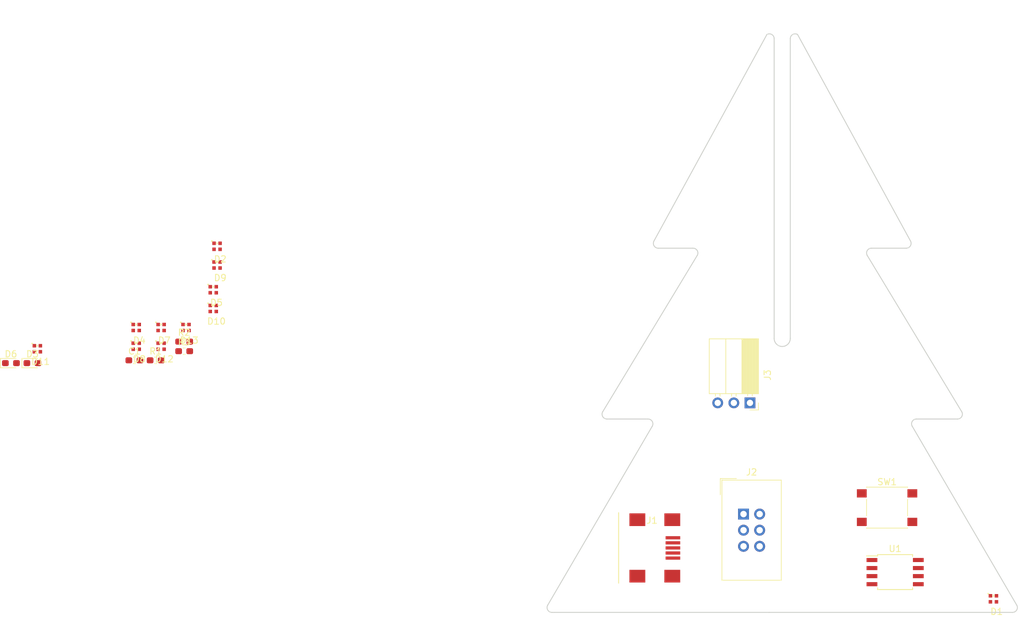
<source format=kicad_pcb>
(kicad_pcb (version 20171130) (host pcbnew "(5.0.2)-1")

  (general
    (thickness 1.6)
    (drawings 28)
    (tracks 0)
    (zones 0)
    (modules 22)
    (nets 26)
  )

  (page A4)
  (layers
    (0 F.Cu signal)
    (31 B.Cu signal)
    (32 B.Adhes user)
    (33 F.Adhes user)
    (34 B.Paste user)
    (35 F.Paste user)
    (36 B.SilkS user)
    (37 F.SilkS user)
    (38 B.Mask user)
    (39 F.Mask user)
    (40 Dwgs.User user)
    (41 Cmts.User user)
    (42 Eco1.User user)
    (43 Eco2.User user)
    (44 Edge.Cuts user)
    (45 Margin user)
    (46 B.CrtYd user)
    (47 F.CrtYd user)
    (48 B.Fab user)
    (49 F.Fab user)
  )

  (setup
    (last_trace_width 0.25)
    (trace_clearance 0.2)
    (zone_clearance 0.508)
    (zone_45_only no)
    (trace_min 0.2)
    (segment_width 0.2)
    (edge_width 0.15)
    (via_size 0.8)
    (via_drill 0.4)
    (via_min_size 0.4)
    (via_min_drill 0.3)
    (uvia_size 0.3)
    (uvia_drill 0.1)
    (uvias_allowed no)
    (uvia_min_size 0.2)
    (uvia_min_drill 0.1)
    (pcb_text_width 0.3)
    (pcb_text_size 1.5 1.5)
    (mod_edge_width 0.15)
    (mod_text_size 1 1)
    (mod_text_width 0.15)
    (pad_size 1.524 1.524)
    (pad_drill 0.762)
    (pad_to_mask_clearance 0.051)
    (solder_mask_min_width 0.25)
    (aux_axis_origin 0 0)
    (visible_elements 7FFFFFFF)
    (pcbplotparams
      (layerselection 0x010fc_ffffffff)
      (usegerberextensions false)
      (usegerberattributes false)
      (usegerberadvancedattributes false)
      (creategerberjobfile false)
      (excludeedgelayer true)
      (linewidth 0.100000)
      (plotframeref false)
      (viasonmask false)
      (mode 1)
      (useauxorigin false)
      (hpglpennumber 1)
      (hpglpenspeed 20)
      (hpglpendiameter 15.000000)
      (psnegative false)
      (psa4output false)
      (plotreference true)
      (plotvalue true)
      (plotinvisibletext false)
      (padsonsilk false)
      (subtractmaskfromsilk false)
      (outputformat 1)
      (mirror false)
      (drillshape 1)
      (scaleselection 1)
      (outputdirectory ""))
  )

  (net 0 "")
  (net 1 +5V)
  (net 2 GND)
  (net 3 "Net-(D1-Pad1)")
  (net 4 "Net-(D2-Pad1)")
  (net 5 "Net-(D4-Pad1)")
  (net 6 "Net-(D5-Pad1)")
  (net 7 "Net-(D7-Pad1)")
  (net 8 "Net-(D8-Pad1)")
  (net 9 "Net-(D10-Pad3)")
  (net 10 "Net-(D10-Pad1)")
  (net 11 "Net-(D11-Pad1)")
  (net 12 "Net-(D1-Pad3)")
  (net 13 "Net-(D3-Pad2)")
  (net 14 "Net-(D6-Pad2)")
  (net 15 "Net-(D12-Pad1)")
  (net 16 DOut')
  (net 17 "Net-(J1-Pad2)")
  (net 18 "Net-(J1-Pad3)")
  (net 19 "Net-(J1-Pad4)")
  (net 20 MISO)
  (net 21 SCK)
  (net 22 MOSI)
  (net 23 RST)
  (net 24 DOut)
  (net 25 Push)

  (net_class Default "This is the default net class."
    (clearance 0.2)
    (trace_width 0.25)
    (via_dia 0.8)
    (via_drill 0.4)
    (uvia_dia 0.3)
    (uvia_drill 0.1)
    (add_net +5V)
    (add_net DOut)
    (add_net DOut')
    (add_net GND)
    (add_net MISO)
    (add_net MOSI)
    (add_net "Net-(D1-Pad1)")
    (add_net "Net-(D1-Pad3)")
    (add_net "Net-(D10-Pad1)")
    (add_net "Net-(D10-Pad3)")
    (add_net "Net-(D11-Pad1)")
    (add_net "Net-(D12-Pad1)")
    (add_net "Net-(D2-Pad1)")
    (add_net "Net-(D3-Pad2)")
    (add_net "Net-(D4-Pad1)")
    (add_net "Net-(D5-Pad1)")
    (add_net "Net-(D6-Pad2)")
    (add_net "Net-(D7-Pad1)")
    (add_net "Net-(D8-Pad1)")
    (add_net "Net-(J1-Pad2)")
    (add_net "Net-(J1-Pad3)")
    (add_net "Net-(J1-Pad4)")
    (add_net Push)
    (add_net RST)
    (add_net SCK)
  )

  (module Capacitor_SMD:C_0603_1608Metric_Pad1.05x0.95mm_HandSolder (layer F.Cu) (tedit 5B301BBE) (tstamp 5EDBE05B)
    (at 40.215001 87.273001)
    (descr "Capacitor SMD 0603 (1608 Metric), square (rectangular) end terminal, IPC_7351 nominal with elongated pad for handsoldering. (Body size source: http://www.tortai-tech.com/upload/download/2011102023233369053.pdf), generated with kicad-footprint-generator")
    (tags "capacitor handsolder")
    (path /5ED6F28B)
    (attr smd)
    (fp_text reference C1 (at 0 -1.43) (layer F.SilkS)
      (effects (font (size 1 1) (thickness 0.15)))
    )
    (fp_text value 10u (at 0 1.43) (layer F.Fab)
      (effects (font (size 1 1) (thickness 0.15)))
    )
    (fp_line (start -0.8 0.4) (end -0.8 -0.4) (layer F.Fab) (width 0.1))
    (fp_line (start -0.8 -0.4) (end 0.8 -0.4) (layer F.Fab) (width 0.1))
    (fp_line (start 0.8 -0.4) (end 0.8 0.4) (layer F.Fab) (width 0.1))
    (fp_line (start 0.8 0.4) (end -0.8 0.4) (layer F.Fab) (width 0.1))
    (fp_line (start -0.171267 -0.51) (end 0.171267 -0.51) (layer F.SilkS) (width 0.12))
    (fp_line (start -0.171267 0.51) (end 0.171267 0.51) (layer F.SilkS) (width 0.12))
    (fp_line (start -1.65 0.73) (end -1.65 -0.73) (layer F.CrtYd) (width 0.05))
    (fp_line (start -1.65 -0.73) (end 1.65 -0.73) (layer F.CrtYd) (width 0.05))
    (fp_line (start 1.65 -0.73) (end 1.65 0.73) (layer F.CrtYd) (width 0.05))
    (fp_line (start 1.65 0.73) (end -1.65 0.73) (layer F.CrtYd) (width 0.05))
    (fp_text user %R (at 0 0) (layer F.Fab)
      (effects (font (size 0.4 0.4) (thickness 0.06)))
    )
    (pad 1 smd roundrect (at -0.875 0) (size 1.05 0.95) (layers F.Cu F.Paste F.Mask) (roundrect_rratio 0.25)
      (net 1 +5V))
    (pad 2 smd roundrect (at 0.875 0) (size 1.05 0.95) (layers F.Cu F.Paste F.Mask) (roundrect_rratio 0.25)
      (net 2 GND))
    (model ${KISYS3DMOD}/Capacitor_SMD.3dshapes/C_0603_1608Metric.wrl
      (at (xyz 0 0 0))
      (scale (xyz 1 1 1))
      (rotate (xyz 0 0 0))
    )
  )

  (module LED_SMD:LED_0603_1608Metric_Pad1.05x0.95mm_HandSolder (layer F.Cu) (tedit 5B4B45C9) (tstamp 5EDBE09C)
    (at 24.160001 87.713001)
    (descr "LED SMD 0603 (1608 Metric), square (rectangular) end terminal, IPC_7351 nominal, (Body size source: http://www.tortai-tech.com/upload/download/2011102023233369053.pdf), generated with kicad-footprint-generator")
    (tags "LED handsolder")
    (path /5EDD448E)
    (attr smd)
    (fp_text reference D3 (at 0 -1.43) (layer F.SilkS)
      (effects (font (size 1 1) (thickness 0.15)))
    )
    (fp_text value LED (at 0 1.43) (layer F.Fab)
      (effects (font (size 1 1) (thickness 0.15)))
    )
    (fp_line (start 0.8 -0.4) (end -0.5 -0.4) (layer F.Fab) (width 0.1))
    (fp_line (start -0.5 -0.4) (end -0.8 -0.1) (layer F.Fab) (width 0.1))
    (fp_line (start -0.8 -0.1) (end -0.8 0.4) (layer F.Fab) (width 0.1))
    (fp_line (start -0.8 0.4) (end 0.8 0.4) (layer F.Fab) (width 0.1))
    (fp_line (start 0.8 0.4) (end 0.8 -0.4) (layer F.Fab) (width 0.1))
    (fp_line (start 0.8 -0.735) (end -1.66 -0.735) (layer F.SilkS) (width 0.12))
    (fp_line (start -1.66 -0.735) (end -1.66 0.735) (layer F.SilkS) (width 0.12))
    (fp_line (start -1.66 0.735) (end 0.8 0.735) (layer F.SilkS) (width 0.12))
    (fp_line (start -1.65 0.73) (end -1.65 -0.73) (layer F.CrtYd) (width 0.05))
    (fp_line (start -1.65 -0.73) (end 1.65 -0.73) (layer F.CrtYd) (width 0.05))
    (fp_line (start 1.65 -0.73) (end 1.65 0.73) (layer F.CrtYd) (width 0.05))
    (fp_line (start 1.65 0.73) (end -1.65 0.73) (layer F.CrtYd) (width 0.05))
    (fp_text user %R (at 0 0) (layer F.Fab)
      (effects (font (size 0.4 0.4) (thickness 0.06)))
    )
    (pad 1 smd roundrect (at -0.875 0) (size 1.05 0.95) (layers F.Cu F.Paste F.Mask) (roundrect_rratio 0.25)
      (net 2 GND))
    (pad 2 smd roundrect (at 0.875 0) (size 1.05 0.95) (layers F.Cu F.Paste F.Mask) (roundrect_rratio 0.25)
      (net 13 "Net-(D3-Pad2)"))
    (model ${KISYS3DMOD}/LED_SMD.3dshapes/LED_0603_1608Metric.wrl
      (at (xyz 0 0 0))
      (scale (xyz 1 1 1))
      (rotate (xyz 0 0 0))
    )
  )

  (module LED_SMD:LED_0603_1608Metric_Pad1.05x0.95mm_HandSolder (layer F.Cu) (tedit 5B4B45C9) (tstamp 5EDBE0DD)
    (at 20.770001 87.713001)
    (descr "LED SMD 0603 (1608 Metric), square (rectangular) end terminal, IPC_7351 nominal, (Body size source: http://www.tortai-tech.com/upload/download/2011102023233369053.pdf), generated with kicad-footprint-generator")
    (tags "LED handsolder")
    (path /5EDEE70B)
    (attr smd)
    (fp_text reference D6 (at 0 -1.43) (layer F.SilkS)
      (effects (font (size 1 1) (thickness 0.15)))
    )
    (fp_text value LED (at 0 1.43) (layer F.Fab)
      (effects (font (size 1 1) (thickness 0.15)))
    )
    (fp_text user %R (at 0 0) (layer F.Fab)
      (effects (font (size 0.4 0.4) (thickness 0.06)))
    )
    (fp_line (start 1.65 0.73) (end -1.65 0.73) (layer F.CrtYd) (width 0.05))
    (fp_line (start 1.65 -0.73) (end 1.65 0.73) (layer F.CrtYd) (width 0.05))
    (fp_line (start -1.65 -0.73) (end 1.65 -0.73) (layer F.CrtYd) (width 0.05))
    (fp_line (start -1.65 0.73) (end -1.65 -0.73) (layer F.CrtYd) (width 0.05))
    (fp_line (start -1.66 0.735) (end 0.8 0.735) (layer F.SilkS) (width 0.12))
    (fp_line (start -1.66 -0.735) (end -1.66 0.735) (layer F.SilkS) (width 0.12))
    (fp_line (start 0.8 -0.735) (end -1.66 -0.735) (layer F.SilkS) (width 0.12))
    (fp_line (start 0.8 0.4) (end 0.8 -0.4) (layer F.Fab) (width 0.1))
    (fp_line (start -0.8 0.4) (end 0.8 0.4) (layer F.Fab) (width 0.1))
    (fp_line (start -0.8 -0.1) (end -0.8 0.4) (layer F.Fab) (width 0.1))
    (fp_line (start -0.5 -0.4) (end -0.8 -0.1) (layer F.Fab) (width 0.1))
    (fp_line (start 0.8 -0.4) (end -0.5 -0.4) (layer F.Fab) (width 0.1))
    (pad 2 smd roundrect (at 0.875 0) (size 1.05 0.95) (layers F.Cu F.Paste F.Mask) (roundrect_rratio 0.25)
      (net 14 "Net-(D6-Pad2)"))
    (pad 1 smd roundrect (at -0.875 0) (size 1.05 0.95) (layers F.Cu F.Paste F.Mask) (roundrect_rratio 0.25)
      (net 2 GND))
    (model ${KISYS3DMOD}/LED_SMD.3dshapes/LED_0603_1608Metric.wrl
      (at (xyz 0 0 0))
      (scale (xyz 1 1 1))
      (rotate (xyz 0 0 0))
    )
  )

  (module ProjectLibrary:MiniUSB_SMD (layer F.Cu) (tedit 5EDA39DA) (tstamp 5EDBE1A5)
    (at 122.174 116.84)
    (path /5ED63C0F)
    (fp_text reference J1 (at -0.4323 -4.32986) (layer F.SilkS)
      (effects (font (size 1 1) (thickness 0.15)))
    )
    (fp_text value USB_B_Mini (at -4.7503 -2.05656) (layer F.Fab)
      (effects (font (size 1 1) (thickness 0.15)))
    )
    (fp_line (start -5.7005 5.55) (end -5.7005 -5.55) (layer F.SilkS) (width 0.15))
    (pad 1 smd rect (at 2.8495 -1.59916) (size 2.3 0.5) (layers F.Cu F.Paste F.Mask)
      (net 1 +5V))
    (pad "" np_thru_hole circle (at -0.0005 -2.19916) (size 0.9 0.9) (drill 0.9) (layers *.Cu *.Mask))
    (pad "" np_thru_hole circle (at -0.0005 2.20084) (size 0.9 0.9) (drill 0.9) (layers *.Cu *.Mask))
    (pad 6 smd rect (at 2.7495 -4.44916) (size 2.5 2) (layers F.Cu F.Paste F.Mask)
      (net 2 GND))
    (pad 2 smd rect (at 2.8495 -0.79916) (size 2.3 0.5) (layers F.Cu F.Paste F.Mask)
      (net 17 "Net-(J1-Pad2)"))
    (pad 3 smd rect (at 2.8495 0.00084) (size 2.3 0.5) (layers F.Cu F.Paste F.Mask)
      (net 18 "Net-(J1-Pad3)"))
    (pad 4 smd rect (at 2.8495 0.80084) (size 2.3 0.5) (layers F.Cu F.Paste F.Mask)
      (net 19 "Net-(J1-Pad4)"))
    (pad 5 smd rect (at 2.8495 1.60084) (size 2.3 0.5) (layers F.Cu F.Paste F.Mask)
      (net 2 GND))
    (pad 6 smd rect (at -2.7505 -4.44916) (size 2.5 2) (layers F.Cu F.Paste F.Mask)
      (net 2 GND))
    (pad 6 smd rect (at 2.7495 4.45084) (size 2.5 2) (layers F.Cu F.Paste F.Mask)
      (net 2 GND))
    (pad 6 smd rect (at -2.7505 4.45084) (size 2.5 2) (layers F.Cu F.Paste F.Mask)
      (net 2 GND))
  )

  (module Connector_IDC:IDC-Header_2x03_P2.54mm_Vertical (layer F.Cu) (tedit 59DE0819) (tstamp 5EDBE1C9)
    (at 136.144 111.506)
    (descr "Through hole straight IDC box header, 2x03, 2.54mm pitch, double rows")
    (tags "Through hole IDC box header THT 2x03 2.54mm double row")
    (path /5ED6E57E)
    (fp_text reference J2 (at 1.27 -6.604) (layer F.SilkS)
      (effects (font (size 1 1) (thickness 0.15)))
    )
    (fp_text value ISP (at 1.27 11.684) (layer F.Fab)
      (effects (font (size 1 1) (thickness 0.15)))
    )
    (fp_text user %R (at 1.27 2.54) (layer F.Fab)
      (effects (font (size 1 1) (thickness 0.15)))
    )
    (fp_line (start 5.695 -5.1) (end 5.695 10.18) (layer F.Fab) (width 0.1))
    (fp_line (start 5.145 -4.56) (end 5.145 9.62) (layer F.Fab) (width 0.1))
    (fp_line (start -3.155 -5.1) (end -3.155 10.18) (layer F.Fab) (width 0.1))
    (fp_line (start -2.605 -4.56) (end -2.605 0.29) (layer F.Fab) (width 0.1))
    (fp_line (start -2.605 4.79) (end -2.605 9.62) (layer F.Fab) (width 0.1))
    (fp_line (start -2.605 0.29) (end -3.155 0.29) (layer F.Fab) (width 0.1))
    (fp_line (start -2.605 4.79) (end -3.155 4.79) (layer F.Fab) (width 0.1))
    (fp_line (start 5.695 -5.1) (end -3.155 -5.1) (layer F.Fab) (width 0.1))
    (fp_line (start 5.145 -4.56) (end -2.605 -4.56) (layer F.Fab) (width 0.1))
    (fp_line (start 5.695 10.18) (end -3.155 10.18) (layer F.Fab) (width 0.1))
    (fp_line (start 5.145 9.62) (end -2.605 9.62) (layer F.Fab) (width 0.1))
    (fp_line (start 5.695 -5.1) (end 5.145 -4.56) (layer F.Fab) (width 0.1))
    (fp_line (start 5.695 10.18) (end 5.145 9.62) (layer F.Fab) (width 0.1))
    (fp_line (start -3.155 -5.1) (end -2.605 -4.56) (layer F.Fab) (width 0.1))
    (fp_line (start -3.155 10.18) (end -2.605 9.62) (layer F.Fab) (width 0.1))
    (fp_line (start 5.95 -5.35) (end 5.95 10.43) (layer F.CrtYd) (width 0.05))
    (fp_line (start 5.95 10.43) (end -3.41 10.43) (layer F.CrtYd) (width 0.05))
    (fp_line (start -3.41 10.43) (end -3.41 -5.35) (layer F.CrtYd) (width 0.05))
    (fp_line (start -3.41 -5.35) (end 5.95 -5.35) (layer F.CrtYd) (width 0.05))
    (fp_line (start 5.945 -5.35) (end 5.945 10.43) (layer F.SilkS) (width 0.12))
    (fp_line (start 5.945 10.43) (end -3.405 10.43) (layer F.SilkS) (width 0.12))
    (fp_line (start -3.405 10.43) (end -3.405 -5.35) (layer F.SilkS) (width 0.12))
    (fp_line (start -3.405 -5.35) (end 5.945 -5.35) (layer F.SilkS) (width 0.12))
    (fp_line (start -3.655 -5.6) (end -3.655 -3.06) (layer F.SilkS) (width 0.12))
    (fp_line (start -3.655 -5.6) (end -1.115 -5.6) (layer F.SilkS) (width 0.12))
    (pad 1 thru_hole rect (at 0 0) (size 1.7272 1.7272) (drill 1.016) (layers *.Cu *.Mask)
      (net 20 MISO))
    (pad 2 thru_hole oval (at 2.54 0) (size 1.7272 1.7272) (drill 1.016) (layers *.Cu *.Mask)
      (net 1 +5V))
    (pad 3 thru_hole oval (at 0 2.54) (size 1.7272 1.7272) (drill 1.016) (layers *.Cu *.Mask)
      (net 21 SCK))
    (pad 4 thru_hole oval (at 2.54 2.54) (size 1.7272 1.7272) (drill 1.016) (layers *.Cu *.Mask)
      (net 22 MOSI))
    (pad 5 thru_hole oval (at 0 5.08) (size 1.7272 1.7272) (drill 1.016) (layers *.Cu *.Mask)
      (net 23 RST))
    (pad 6 thru_hole oval (at 2.54 5.08) (size 1.7272 1.7272) (drill 1.016) (layers *.Cu *.Mask)
      (net 2 GND))
    (model ${KISYS3DMOD}/Connector_IDC.3dshapes/IDC-Header_2x03_P2.54mm_Vertical.wrl
      (at (xyz 0 0 0))
      (scale (xyz 1 1 1))
      (rotate (xyz 0 0 0))
    )
  )

  (module Connector_PinSocket_2.54mm:PinSocket_1x03_P2.54mm_Horizontal (layer F.Cu) (tedit 5A19A429) (tstamp 5EDBE206)
    (at 137.16 93.98 270)
    (descr "Through hole angled socket strip, 1x03, 2.54mm pitch, 8.51mm socket length, single row (from Kicad 4.0.7), script generated")
    (tags "Through hole angled socket strip THT 1x03 2.54mm single row")
    (path /5EE06865)
    (fp_text reference J3 (at -4.38 -2.77 270) (layer F.SilkS)
      (effects (font (size 1 1) (thickness 0.15)))
    )
    (fp_text value "NEO Out" (at -4.38 7.85 270) (layer F.Fab)
      (effects (font (size 1 1) (thickness 0.15)))
    )
    (fp_line (start -10.03 -1.27) (end -2.49 -1.27) (layer F.Fab) (width 0.1))
    (fp_line (start -2.49 -1.27) (end -1.52 -0.3) (layer F.Fab) (width 0.1))
    (fp_line (start -1.52 -0.3) (end -1.52 6.35) (layer F.Fab) (width 0.1))
    (fp_line (start -1.52 6.35) (end -10.03 6.35) (layer F.Fab) (width 0.1))
    (fp_line (start -10.03 6.35) (end -10.03 -1.27) (layer F.Fab) (width 0.1))
    (fp_line (start 0 -0.3) (end -1.52 -0.3) (layer F.Fab) (width 0.1))
    (fp_line (start -1.52 0.3) (end 0 0.3) (layer F.Fab) (width 0.1))
    (fp_line (start 0 0.3) (end 0 -0.3) (layer F.Fab) (width 0.1))
    (fp_line (start 0 2.24) (end -1.52 2.24) (layer F.Fab) (width 0.1))
    (fp_line (start -1.52 2.84) (end 0 2.84) (layer F.Fab) (width 0.1))
    (fp_line (start 0 2.84) (end 0 2.24) (layer F.Fab) (width 0.1))
    (fp_line (start 0 4.78) (end -1.52 4.78) (layer F.Fab) (width 0.1))
    (fp_line (start -1.52 5.38) (end 0 5.38) (layer F.Fab) (width 0.1))
    (fp_line (start 0 5.38) (end 0 4.78) (layer F.Fab) (width 0.1))
    (fp_line (start -10.09 -1.21) (end -1.46 -1.21) (layer F.SilkS) (width 0.12))
    (fp_line (start -10.09 -1.091905) (end -1.46 -1.091905) (layer F.SilkS) (width 0.12))
    (fp_line (start -10.09 -0.97381) (end -1.46 -0.97381) (layer F.SilkS) (width 0.12))
    (fp_line (start -10.09 -0.855715) (end -1.46 -0.855715) (layer F.SilkS) (width 0.12))
    (fp_line (start -10.09 -0.73762) (end -1.46 -0.73762) (layer F.SilkS) (width 0.12))
    (fp_line (start -10.09 -0.619525) (end -1.46 -0.619525) (layer F.SilkS) (width 0.12))
    (fp_line (start -10.09 -0.50143) (end -1.46 -0.50143) (layer F.SilkS) (width 0.12))
    (fp_line (start -10.09 -0.383335) (end -1.46 -0.383335) (layer F.SilkS) (width 0.12))
    (fp_line (start -10.09 -0.26524) (end -1.46 -0.26524) (layer F.SilkS) (width 0.12))
    (fp_line (start -10.09 -0.147145) (end -1.46 -0.147145) (layer F.SilkS) (width 0.12))
    (fp_line (start -10.09 -0.02905) (end -1.46 -0.02905) (layer F.SilkS) (width 0.12))
    (fp_line (start -10.09 0.089045) (end -1.46 0.089045) (layer F.SilkS) (width 0.12))
    (fp_line (start -10.09 0.20714) (end -1.46 0.20714) (layer F.SilkS) (width 0.12))
    (fp_line (start -10.09 0.325235) (end -1.46 0.325235) (layer F.SilkS) (width 0.12))
    (fp_line (start -10.09 0.44333) (end -1.46 0.44333) (layer F.SilkS) (width 0.12))
    (fp_line (start -10.09 0.561425) (end -1.46 0.561425) (layer F.SilkS) (width 0.12))
    (fp_line (start -10.09 0.67952) (end -1.46 0.67952) (layer F.SilkS) (width 0.12))
    (fp_line (start -10.09 0.797615) (end -1.46 0.797615) (layer F.SilkS) (width 0.12))
    (fp_line (start -10.09 0.91571) (end -1.46 0.91571) (layer F.SilkS) (width 0.12))
    (fp_line (start -10.09 1.033805) (end -1.46 1.033805) (layer F.SilkS) (width 0.12))
    (fp_line (start -10.09 1.1519) (end -1.46 1.1519) (layer F.SilkS) (width 0.12))
    (fp_line (start -1.46 -0.36) (end -1.11 -0.36) (layer F.SilkS) (width 0.12))
    (fp_line (start -1.46 0.36) (end -1.11 0.36) (layer F.SilkS) (width 0.12))
    (fp_line (start -1.46 2.18) (end -1.05 2.18) (layer F.SilkS) (width 0.12))
    (fp_line (start -1.46 2.9) (end -1.05 2.9) (layer F.SilkS) (width 0.12))
    (fp_line (start -1.46 4.72) (end -1.05 4.72) (layer F.SilkS) (width 0.12))
    (fp_line (start -1.46 5.44) (end -1.05 5.44) (layer F.SilkS) (width 0.12))
    (fp_line (start -10.09 1.27) (end -1.46 1.27) (layer F.SilkS) (width 0.12))
    (fp_line (start -10.09 3.81) (end -1.46 3.81) (layer F.SilkS) (width 0.12))
    (fp_line (start -10.09 -1.33) (end -1.46 -1.33) (layer F.SilkS) (width 0.12))
    (fp_line (start -1.46 -1.33) (end -1.46 6.41) (layer F.SilkS) (width 0.12))
    (fp_line (start -10.09 6.41) (end -1.46 6.41) (layer F.SilkS) (width 0.12))
    (fp_line (start -10.09 -1.33) (end -10.09 6.41) (layer F.SilkS) (width 0.12))
    (fp_line (start 1.11 -1.33) (end 1.11 0) (layer F.SilkS) (width 0.12))
    (fp_line (start 0 -1.33) (end 1.11 -1.33) (layer F.SilkS) (width 0.12))
    (fp_line (start 1.75 -1.8) (end -10.55 -1.8) (layer F.CrtYd) (width 0.05))
    (fp_line (start -10.55 -1.8) (end -10.55 6.85) (layer F.CrtYd) (width 0.05))
    (fp_line (start -10.55 6.85) (end 1.75 6.85) (layer F.CrtYd) (width 0.05))
    (fp_line (start 1.75 6.85) (end 1.75 -1.8) (layer F.CrtYd) (width 0.05))
    (fp_text user %R (at -5.775 2.54 270) (layer F.Fab)
      (effects (font (size 1 1) (thickness 0.15)))
    )
    (pad 1 thru_hole rect (at 0 0 270) (size 1.7 1.7) (drill 1) (layers *.Cu *.Mask)
      (net 1 +5V))
    (pad 2 thru_hole oval (at 0 2.54 270) (size 1.7 1.7) (drill 1) (layers *.Cu *.Mask)
      (net 16 DOut'))
    (pad 3 thru_hole oval (at 0 5.08 270) (size 1.7 1.7) (drill 1) (layers *.Cu *.Mask)
      (net 2 GND))
    (model ${KISYS3DMOD}/Connector_PinSocket_2.54mm.3dshapes/PinSocket_1x03_P2.54mm_Horizontal.wrl
      (at (xyz 0 0 0))
      (scale (xyz 1 1 1))
      (rotate (xyz 0 0 0))
    )
  )

  (module Resistor_SMD:R_0603_1608Metric_Pad1.05x0.95mm_HandSolder (layer F.Cu) (tedit 5B301BBD) (tstamp 5EDBE217)
    (at 43.565001 87.273001)
    (descr "Resistor SMD 0603 (1608 Metric), square (rectangular) end terminal, IPC_7351 nominal with elongated pad for handsoldering. (Body size source: http://www.tortai-tech.com/upload/download/2011102023233369053.pdf), generated with kicad-footprint-generator")
    (tags "resistor handsolder")
    (path /5ED717F2)
    (attr smd)
    (fp_text reference R1 (at 0 -1.43) (layer F.SilkS)
      (effects (font (size 1 1) (thickness 0.15)))
    )
    (fp_text value 330 (at 0 1.43) (layer F.Fab)
      (effects (font (size 1 1) (thickness 0.15)))
    )
    (fp_line (start -0.8 0.4) (end -0.8 -0.4) (layer F.Fab) (width 0.1))
    (fp_line (start -0.8 -0.4) (end 0.8 -0.4) (layer F.Fab) (width 0.1))
    (fp_line (start 0.8 -0.4) (end 0.8 0.4) (layer F.Fab) (width 0.1))
    (fp_line (start 0.8 0.4) (end -0.8 0.4) (layer F.Fab) (width 0.1))
    (fp_line (start -0.171267 -0.51) (end 0.171267 -0.51) (layer F.SilkS) (width 0.12))
    (fp_line (start -0.171267 0.51) (end 0.171267 0.51) (layer F.SilkS) (width 0.12))
    (fp_line (start -1.65 0.73) (end -1.65 -0.73) (layer F.CrtYd) (width 0.05))
    (fp_line (start -1.65 -0.73) (end 1.65 -0.73) (layer F.CrtYd) (width 0.05))
    (fp_line (start 1.65 -0.73) (end 1.65 0.73) (layer F.CrtYd) (width 0.05))
    (fp_line (start 1.65 0.73) (end -1.65 0.73) (layer F.CrtYd) (width 0.05))
    (fp_text user %R (at 0 0) (layer F.Fab)
      (effects (font (size 0.4 0.4) (thickness 0.06)))
    )
    (pad 1 smd roundrect (at -0.875 0) (size 1.05 0.95) (layers F.Cu F.Paste F.Mask) (roundrect_rratio 0.25)
      (net 12 "Net-(D1-Pad3)"))
    (pad 2 smd roundrect (at 0.875 0) (size 1.05 0.95) (layers F.Cu F.Paste F.Mask) (roundrect_rratio 0.25)
      (net 24 DOut))
    (model ${KISYS3DMOD}/Resistor_SMD.3dshapes/R_0603_1608Metric.wrl
      (at (xyz 0 0 0))
      (scale (xyz 1 1 1))
      (rotate (xyz 0 0 0))
    )
  )

  (module Resistor_SMD:R_0603_1608Metric_Pad1.05x0.95mm_HandSolder (layer F.Cu) (tedit 5B301BBD) (tstamp 5EDBE228)
    (at 48.055001 84.323001)
    (descr "Resistor SMD 0603 (1608 Metric), square (rectangular) end terminal, IPC_7351 nominal with elongated pad for handsoldering. (Body size source: http://www.tortai-tech.com/upload/download/2011102023233369053.pdf), generated with kicad-footprint-generator")
    (tags "resistor handsolder")
    (path /5EDD455F)
    (attr smd)
    (fp_text reference R2 (at 0 -1.43) (layer F.SilkS)
      (effects (font (size 1 1) (thickness 0.15)))
    )
    (fp_text value 500 (at 0 1.43) (layer F.Fab)
      (effects (font (size 1 1) (thickness 0.15)))
    )
    (fp_text user %R (at 0 0) (layer F.Fab)
      (effects (font (size 0.4 0.4) (thickness 0.06)))
    )
    (fp_line (start 1.65 0.73) (end -1.65 0.73) (layer F.CrtYd) (width 0.05))
    (fp_line (start 1.65 -0.73) (end 1.65 0.73) (layer F.CrtYd) (width 0.05))
    (fp_line (start -1.65 -0.73) (end 1.65 -0.73) (layer F.CrtYd) (width 0.05))
    (fp_line (start -1.65 0.73) (end -1.65 -0.73) (layer F.CrtYd) (width 0.05))
    (fp_line (start -0.171267 0.51) (end 0.171267 0.51) (layer F.SilkS) (width 0.12))
    (fp_line (start -0.171267 -0.51) (end 0.171267 -0.51) (layer F.SilkS) (width 0.12))
    (fp_line (start 0.8 0.4) (end -0.8 0.4) (layer F.Fab) (width 0.1))
    (fp_line (start 0.8 -0.4) (end 0.8 0.4) (layer F.Fab) (width 0.1))
    (fp_line (start -0.8 -0.4) (end 0.8 -0.4) (layer F.Fab) (width 0.1))
    (fp_line (start -0.8 0.4) (end -0.8 -0.4) (layer F.Fab) (width 0.1))
    (pad 2 smd roundrect (at 0.875 0) (size 1.05 0.95) (layers F.Cu F.Paste F.Mask) (roundrect_rratio 0.25)
      (net 13 "Net-(D3-Pad2)"))
    (pad 1 smd roundrect (at -0.875 0) (size 1.05 0.95) (layers F.Cu F.Paste F.Mask) (roundrect_rratio 0.25)
      (net 1 +5V))
    (model ${KISYS3DMOD}/Resistor_SMD.3dshapes/R_0603_1608Metric.wrl
      (at (xyz 0 0 0))
      (scale (xyz 1 1 1))
      (rotate (xyz 0 0 0))
    )
  )

  (module Resistor_SMD:R_0603_1608Metric_Pad1.05x0.95mm_HandSolder (layer F.Cu) (tedit 5B301BBD) (tstamp 5EDBE239)
    (at 48.055001 85.833001)
    (descr "Resistor SMD 0603 (1608 Metric), square (rectangular) end terminal, IPC_7351 nominal with elongated pad for handsoldering. (Body size source: http://www.tortai-tech.com/upload/download/2011102023233369053.pdf), generated with kicad-footprint-generator")
    (tags "resistor handsolder")
    (path /5EDEE711)
    (attr smd)
    (fp_text reference R3 (at 0 -1.43) (layer F.SilkS)
      (effects (font (size 1 1) (thickness 0.15)))
    )
    (fp_text value 500 (at 0 1.43) (layer F.Fab)
      (effects (font (size 1 1) (thickness 0.15)))
    )
    (fp_line (start -0.8 0.4) (end -0.8 -0.4) (layer F.Fab) (width 0.1))
    (fp_line (start -0.8 -0.4) (end 0.8 -0.4) (layer F.Fab) (width 0.1))
    (fp_line (start 0.8 -0.4) (end 0.8 0.4) (layer F.Fab) (width 0.1))
    (fp_line (start 0.8 0.4) (end -0.8 0.4) (layer F.Fab) (width 0.1))
    (fp_line (start -0.171267 -0.51) (end 0.171267 -0.51) (layer F.SilkS) (width 0.12))
    (fp_line (start -0.171267 0.51) (end 0.171267 0.51) (layer F.SilkS) (width 0.12))
    (fp_line (start -1.65 0.73) (end -1.65 -0.73) (layer F.CrtYd) (width 0.05))
    (fp_line (start -1.65 -0.73) (end 1.65 -0.73) (layer F.CrtYd) (width 0.05))
    (fp_line (start 1.65 -0.73) (end 1.65 0.73) (layer F.CrtYd) (width 0.05))
    (fp_line (start 1.65 0.73) (end -1.65 0.73) (layer F.CrtYd) (width 0.05))
    (fp_text user %R (at 0 0) (layer F.Fab)
      (effects (font (size 0.4 0.4) (thickness 0.06)))
    )
    (pad 1 smd roundrect (at -0.875 0) (size 1.05 0.95) (layers F.Cu F.Paste F.Mask) (roundrect_rratio 0.25)
      (net 25 Push))
    (pad 2 smd roundrect (at 0.875 0) (size 1.05 0.95) (layers F.Cu F.Paste F.Mask) (roundrect_rratio 0.25)
      (net 14 "Net-(D6-Pad2)"))
    (model ${KISYS3DMOD}/Resistor_SMD.3dshapes/R_0603_1608Metric.wrl
      (at (xyz 0 0 0))
      (scale (xyz 1 1 1))
      (rotate (xyz 0 0 0))
    )
  )

  (module Button_Switch_SMD:SW_SPST_PTS645 (layer F.Cu) (tedit 5A02FC95) (tstamp 5EDBE253)
    (at 158.75 110.49)
    (descr "C&K Components SPST SMD PTS645 Series 6mm Tact Switch")
    (tags "SPST Button Switch")
    (path /5EDDD6F7)
    (attr smd)
    (fp_text reference SW1 (at 0 -4.05) (layer F.SilkS)
      (effects (font (size 1 1) (thickness 0.15)))
    )
    (fp_text value SW_Push (at 0 4.15) (layer F.Fab)
      (effects (font (size 1 1) (thickness 0.15)))
    )
    (fp_text user %R (at 0 -4.05) (layer F.Fab)
      (effects (font (size 1 1) (thickness 0.15)))
    )
    (fp_line (start -3 -3) (end -3 3) (layer F.Fab) (width 0.1))
    (fp_line (start -3 3) (end 3 3) (layer F.Fab) (width 0.1))
    (fp_line (start 3 3) (end 3 -3) (layer F.Fab) (width 0.1))
    (fp_line (start 3 -3) (end -3 -3) (layer F.Fab) (width 0.1))
    (fp_line (start 5.05 3.4) (end 5.05 -3.4) (layer F.CrtYd) (width 0.05))
    (fp_line (start -5.05 -3.4) (end -5.05 3.4) (layer F.CrtYd) (width 0.05))
    (fp_line (start -5.05 3.4) (end 5.05 3.4) (layer F.CrtYd) (width 0.05))
    (fp_line (start -5.05 -3.4) (end 5.05 -3.4) (layer F.CrtYd) (width 0.05))
    (fp_line (start 3.23 -3.23) (end 3.23 -3.2) (layer F.SilkS) (width 0.12))
    (fp_line (start 3.23 3.23) (end 3.23 3.2) (layer F.SilkS) (width 0.12))
    (fp_line (start -3.23 3.23) (end -3.23 3.2) (layer F.SilkS) (width 0.12))
    (fp_line (start -3.23 -3.2) (end -3.23 -3.23) (layer F.SilkS) (width 0.12))
    (fp_line (start 3.23 -1.3) (end 3.23 1.3) (layer F.SilkS) (width 0.12))
    (fp_line (start -3.23 -3.23) (end 3.23 -3.23) (layer F.SilkS) (width 0.12))
    (fp_line (start -3.23 -1.3) (end -3.23 1.3) (layer F.SilkS) (width 0.12))
    (fp_line (start -3.23 3.23) (end 3.23 3.23) (layer F.SilkS) (width 0.12))
    (fp_circle (center 0 0) (end 1.75 -0.05) (layer F.Fab) (width 0.1))
    (pad 2 smd rect (at -3.98 2.25) (size 1.55 1.3) (layers F.Cu F.Paste F.Mask)
      (net 1 +5V))
    (pad 1 smd rect (at -3.98 -2.25) (size 1.55 1.3) (layers F.Cu F.Paste F.Mask)
      (net 25 Push))
    (pad 1 smd rect (at 3.98 -2.25) (size 1.55 1.3) (layers F.Cu F.Paste F.Mask)
      (net 25 Push))
    (pad 2 smd rect (at 3.98 2.25) (size 1.55 1.3) (layers F.Cu F.Paste F.Mask)
      (net 1 +5V))
    (model ${KISYS3DMOD}/Button_Switch_SMD.3dshapes/SW_SPST_PTS645.wrl
      (at (xyz 0 0 0))
      (scale (xyz 1 1 1))
      (rotate (xyz 0 0 0))
    )
  )

  (module Package_SO:SOIJ-8_5.3x5.3mm_P1.27mm (layer F.Cu) (tedit 5A02F2D3) (tstamp 5EDBE270)
    (at 160.02 120.65)
    (descr "8-Lead Plastic Small Outline (SM) - Medium, 5.28 mm Body [SOIC] (see Microchip Packaging Specification 00000049BS.pdf)")
    (tags "SOIC 1.27")
    (path /5ED63B60)
    (attr smd)
    (fp_text reference U1 (at 0 -3.68) (layer F.SilkS)
      (effects (font (size 1 1) (thickness 0.15)))
    )
    (fp_text value ATtiny85-20SU (at 0 3.68) (layer F.Fab)
      (effects (font (size 1 1) (thickness 0.15)))
    )
    (fp_text user %R (at 0 0) (layer F.Fab)
      (effects (font (size 1 1) (thickness 0.15)))
    )
    (fp_line (start -1.65 -2.65) (end 2.65 -2.65) (layer F.Fab) (width 0.15))
    (fp_line (start 2.65 -2.65) (end 2.65 2.65) (layer F.Fab) (width 0.15))
    (fp_line (start 2.65 2.65) (end -2.65 2.65) (layer F.Fab) (width 0.15))
    (fp_line (start -2.65 2.65) (end -2.65 -1.65) (layer F.Fab) (width 0.15))
    (fp_line (start -2.65 -1.65) (end -1.65 -2.65) (layer F.Fab) (width 0.15))
    (fp_line (start -4.75 -2.95) (end -4.75 2.95) (layer F.CrtYd) (width 0.05))
    (fp_line (start 4.75 -2.95) (end 4.75 2.95) (layer F.CrtYd) (width 0.05))
    (fp_line (start -4.75 -2.95) (end 4.75 -2.95) (layer F.CrtYd) (width 0.05))
    (fp_line (start -4.75 2.95) (end 4.75 2.95) (layer F.CrtYd) (width 0.05))
    (fp_line (start -2.75 -2.755) (end -2.75 -2.55) (layer F.SilkS) (width 0.15))
    (fp_line (start 2.75 -2.755) (end 2.75 -2.455) (layer F.SilkS) (width 0.15))
    (fp_line (start 2.75 2.755) (end 2.75 2.455) (layer F.SilkS) (width 0.15))
    (fp_line (start -2.75 2.755) (end -2.75 2.455) (layer F.SilkS) (width 0.15))
    (fp_line (start -2.75 -2.755) (end 2.75 -2.755) (layer F.SilkS) (width 0.15))
    (fp_line (start -2.75 2.755) (end 2.75 2.755) (layer F.SilkS) (width 0.15))
    (fp_line (start -2.75 -2.55) (end -4.5 -2.55) (layer F.SilkS) (width 0.15))
    (pad 1 smd rect (at -3.65 -1.905) (size 1.7 0.65) (layers F.Cu F.Paste F.Mask)
      (net 23 RST))
    (pad 2 smd rect (at -3.65 -0.635) (size 1.7 0.65) (layers F.Cu F.Paste F.Mask)
      (net 25 Push))
    (pad 3 smd rect (at -3.65 0.635) (size 1.7 0.65) (layers F.Cu F.Paste F.Mask)
      (net 24 DOut))
    (pad 4 smd rect (at -3.65 1.905) (size 1.7 0.65) (layers F.Cu F.Paste F.Mask)
      (net 2 GND))
    (pad 5 smd rect (at 3.65 1.905) (size 1.7 0.65) (layers F.Cu F.Paste F.Mask)
      (net 22 MOSI))
    (pad 6 smd rect (at 3.65 0.635) (size 1.7 0.65) (layers F.Cu F.Paste F.Mask)
      (net 20 MISO))
    (pad 7 smd rect (at 3.65 -0.635) (size 1.7 0.65) (layers F.Cu F.Paste F.Mask)
      (net 21 SCK))
    (pad 8 smd rect (at 3.65 -1.905) (size 1.7 0.65) (layers F.Cu F.Paste F.Mask)
      (net 1 +5V))
    (model ${KISYS3DMOD}/Package_SO.3dshapes/SOIJ-8_5.3x5.3mm_P1.27mm.wrl
      (at (xyz 0 0 0))
      (scale (xyz 1 1 1))
      (rotate (xyz 0 0 0))
    )
  )

  (module ProjectLibrary:SK6805-EC (layer F.Cu) (tedit 5EDA3690) (tstamp 5EE87312)
    (at 175.498 124.856)
    (path /5ED63AA6)
    (fp_text reference D1 (at 0.508 2.032) (layer F.SilkS)
      (effects (font (size 1 1) (thickness 0.15)))
    )
    (fp_text value SK6805 (at 0 -1.778) (layer F.Fab)
      (effects (font (size 1 1) (thickness 0.15)))
    )
    (fp_line (start 0.0635 -0.4699) (end -0.0635 -0.3429) (layer F.SilkS) (width 0.15))
    (fp_line (start -0.0635 -0.5969) (end 0.0635 -0.4699) (layer F.SilkS) (width 0.15))
    (fp_line (start -0.8509 -0.8509) (end -0.8509 -0.7239) (layer F.SilkS) (width 0.15))
    (fp_line (start -0.7239 -0.8509) (end -0.8509 -0.8509) (layer F.SilkS) (width 0.15))
    (pad 3 smd rect (at 0.4801 0.4801) (size 0.55 0.55) (layers F.Cu F.Paste F.Mask)
      (net 12 "Net-(D1-Pad3)"))
    (pad 2 smd rect (at -0.4699 0.4801) (size 0.55 0.55) (layers F.Cu F.Paste F.Mask)
      (net 2 GND))
    (pad 4 smd rect (at 0.4801 -0.4699) (size 0.55 0.55) (layers F.Cu F.Paste F.Mask)
      (net 1 +5V))
    (pad 1 smd rect (at -0.4699 -0.4699) (size 0.55 0.55) (layers F.Cu F.Paste F.Mask)
      (net 3 "Net-(D1-Pad1)"))
  )

  (module ProjectLibrary:SK6805-EC (layer F.Cu) (tedit 5EDA3690) (tstamp 5EE8731D)
    (at 53.230001 69.293001)
    (path /5ED73EB9)
    (fp_text reference D2 (at 0.508 2.032) (layer F.SilkS)
      (effects (font (size 1 1) (thickness 0.15)))
    )
    (fp_text value SK6805 (at 0 -1.778) (layer F.Fab)
      (effects (font (size 1 1) (thickness 0.15)))
    )
    (fp_line (start -0.7239 -0.8509) (end -0.8509 -0.8509) (layer F.SilkS) (width 0.15))
    (fp_line (start -0.8509 -0.8509) (end -0.8509 -0.7239) (layer F.SilkS) (width 0.15))
    (fp_line (start -0.0635 -0.5969) (end 0.0635 -0.4699) (layer F.SilkS) (width 0.15))
    (fp_line (start 0.0635 -0.4699) (end -0.0635 -0.3429) (layer F.SilkS) (width 0.15))
    (pad 1 smd rect (at -0.4699 -0.4699) (size 0.55 0.55) (layers F.Cu F.Paste F.Mask)
      (net 4 "Net-(D2-Pad1)"))
    (pad 4 smd rect (at 0.4801 -0.4699) (size 0.55 0.55) (layers F.Cu F.Paste F.Mask)
      (net 1 +5V))
    (pad 2 smd rect (at -0.4699 0.4801) (size 0.55 0.55) (layers F.Cu F.Paste F.Mask)
      (net 2 GND))
    (pad 3 smd rect (at 0.4801 0.4801) (size 0.55 0.55) (layers F.Cu F.Paste F.Mask)
      (net 3 "Net-(D1-Pad1)"))
  )

  (module ProjectLibrary:SK6805-EC (layer F.Cu) (tedit 5EDA3690) (tstamp 5EE87328)
    (at 40.500001 82.093001)
    (path /5ED743BC)
    (fp_text reference D4 (at 0.508 2.032) (layer F.SilkS)
      (effects (font (size 1 1) (thickness 0.15)))
    )
    (fp_text value SK6805 (at 0 -1.778) (layer F.Fab)
      (effects (font (size 1 1) (thickness 0.15)))
    )
    (fp_line (start 0.0635 -0.4699) (end -0.0635 -0.3429) (layer F.SilkS) (width 0.15))
    (fp_line (start -0.0635 -0.5969) (end 0.0635 -0.4699) (layer F.SilkS) (width 0.15))
    (fp_line (start -0.8509 -0.8509) (end -0.8509 -0.7239) (layer F.SilkS) (width 0.15))
    (fp_line (start -0.7239 -0.8509) (end -0.8509 -0.8509) (layer F.SilkS) (width 0.15))
    (pad 3 smd rect (at 0.4801 0.4801) (size 0.55 0.55) (layers F.Cu F.Paste F.Mask)
      (net 4 "Net-(D2-Pad1)"))
    (pad 2 smd rect (at -0.4699 0.4801) (size 0.55 0.55) (layers F.Cu F.Paste F.Mask)
      (net 2 GND))
    (pad 4 smd rect (at 0.4801 -0.4699) (size 0.55 0.55) (layers F.Cu F.Paste F.Mask)
      (net 1 +5V))
    (pad 1 smd rect (at -0.4699 -0.4699) (size 0.55 0.55) (layers F.Cu F.Paste F.Mask)
      (net 5 "Net-(D4-Pad1)"))
  )

  (module ProjectLibrary:SK6805-EC (layer F.Cu) (tedit 5EDA3690) (tstamp 5EE87333)
    (at 52.630001 76.143001)
    (path /5ED743D1)
    (fp_text reference D5 (at 0.508 2.032) (layer F.SilkS)
      (effects (font (size 1 1) (thickness 0.15)))
    )
    (fp_text value SK6805 (at 0 -1.778) (layer F.Fab)
      (effects (font (size 1 1) (thickness 0.15)))
    )
    (fp_line (start -0.7239 -0.8509) (end -0.8509 -0.8509) (layer F.SilkS) (width 0.15))
    (fp_line (start -0.8509 -0.8509) (end -0.8509 -0.7239) (layer F.SilkS) (width 0.15))
    (fp_line (start -0.0635 -0.5969) (end 0.0635 -0.4699) (layer F.SilkS) (width 0.15))
    (fp_line (start 0.0635 -0.4699) (end -0.0635 -0.3429) (layer F.SilkS) (width 0.15))
    (pad 1 smd rect (at -0.4699 -0.4699) (size 0.55 0.55) (layers F.Cu F.Paste F.Mask)
      (net 6 "Net-(D5-Pad1)"))
    (pad 4 smd rect (at 0.4801 -0.4699) (size 0.55 0.55) (layers F.Cu F.Paste F.Mask)
      (net 1 +5V))
    (pad 2 smd rect (at -0.4699 0.4801) (size 0.55 0.55) (layers F.Cu F.Paste F.Mask)
      (net 2 GND))
    (pad 3 smd rect (at 0.4801 0.4801) (size 0.55 0.55) (layers F.Cu F.Paste F.Mask)
      (net 5 "Net-(D4-Pad1)"))
  )

  (module ProjectLibrary:SK6805-EC (layer F.Cu) (tedit 5EDA3690) (tstamp 5EE8733E)
    (at 44.420001 82.093001)
    (path /5ED749EB)
    (fp_text reference D7 (at 0.508 2.032) (layer F.SilkS)
      (effects (font (size 1 1) (thickness 0.15)))
    )
    (fp_text value SK6805 (at 0 -1.778) (layer F.Fab)
      (effects (font (size 1 1) (thickness 0.15)))
    )
    (fp_line (start 0.0635 -0.4699) (end -0.0635 -0.3429) (layer F.SilkS) (width 0.15))
    (fp_line (start -0.0635 -0.5969) (end 0.0635 -0.4699) (layer F.SilkS) (width 0.15))
    (fp_line (start -0.8509 -0.8509) (end -0.8509 -0.7239) (layer F.SilkS) (width 0.15))
    (fp_line (start -0.7239 -0.8509) (end -0.8509 -0.8509) (layer F.SilkS) (width 0.15))
    (pad 3 smd rect (at 0.4801 0.4801) (size 0.55 0.55) (layers F.Cu F.Paste F.Mask)
      (net 6 "Net-(D5-Pad1)"))
    (pad 2 smd rect (at -0.4699 0.4801) (size 0.55 0.55) (layers F.Cu F.Paste F.Mask)
      (net 2 GND))
    (pad 4 smd rect (at 0.4801 -0.4699) (size 0.55 0.55) (layers F.Cu F.Paste F.Mask)
      (net 1 +5V))
    (pad 1 smd rect (at -0.4699 -0.4699) (size 0.55 0.55) (layers F.Cu F.Paste F.Mask)
      (net 7 "Net-(D7-Pad1)"))
  )

  (module ProjectLibrary:SK6805-EC (layer F.Cu) (tedit 5EDA3690) (tstamp 5EE87349)
    (at 40.500001 85.043001)
    (path /5EDC36C0)
    (fp_text reference D8 (at 0.508 2.032) (layer F.SilkS)
      (effects (font (size 1 1) (thickness 0.15)))
    )
    (fp_text value SK6805 (at 0 -1.778) (layer F.Fab)
      (effects (font (size 1 1) (thickness 0.15)))
    )
    (fp_line (start 0.0635 -0.4699) (end -0.0635 -0.3429) (layer F.SilkS) (width 0.15))
    (fp_line (start -0.0635 -0.5969) (end 0.0635 -0.4699) (layer F.SilkS) (width 0.15))
    (fp_line (start -0.8509 -0.8509) (end -0.8509 -0.7239) (layer F.SilkS) (width 0.15))
    (fp_line (start -0.7239 -0.8509) (end -0.8509 -0.8509) (layer F.SilkS) (width 0.15))
    (pad 3 smd rect (at 0.4801 0.4801) (size 0.55 0.55) (layers F.Cu F.Paste F.Mask)
      (net 7 "Net-(D7-Pad1)"))
    (pad 2 smd rect (at -0.4699 0.4801) (size 0.55 0.55) (layers F.Cu F.Paste F.Mask)
      (net 2 GND))
    (pad 4 smd rect (at 0.4801 -0.4699) (size 0.55 0.55) (layers F.Cu F.Paste F.Mask)
      (net 1 +5V))
    (pad 1 smd rect (at -0.4699 -0.4699) (size 0.55 0.55) (layers F.Cu F.Paste F.Mask)
      (net 8 "Net-(D8-Pad1)"))
  )

  (module ProjectLibrary:SK6805-EC (layer F.Cu) (tedit 5EDA3690) (tstamp 5EE87354)
    (at 53.230001 72.243001)
    (path /5ED74A15)
    (fp_text reference D9 (at 0.508 2.032) (layer F.SilkS)
      (effects (font (size 1 1) (thickness 0.15)))
    )
    (fp_text value SK6805 (at 0 -1.778) (layer F.Fab)
      (effects (font (size 1 1) (thickness 0.15)))
    )
    (fp_line (start -0.7239 -0.8509) (end -0.8509 -0.8509) (layer F.SilkS) (width 0.15))
    (fp_line (start -0.8509 -0.8509) (end -0.8509 -0.7239) (layer F.SilkS) (width 0.15))
    (fp_line (start -0.0635 -0.5969) (end 0.0635 -0.4699) (layer F.SilkS) (width 0.15))
    (fp_line (start 0.0635 -0.4699) (end -0.0635 -0.3429) (layer F.SilkS) (width 0.15))
    (pad 1 smd rect (at -0.4699 -0.4699) (size 0.55 0.55) (layers F.Cu F.Paste F.Mask)
      (net 9 "Net-(D10-Pad3)"))
    (pad 4 smd rect (at 0.4801 -0.4699) (size 0.55 0.55) (layers F.Cu F.Paste F.Mask)
      (net 1 +5V))
    (pad 2 smd rect (at -0.4699 0.4801) (size 0.55 0.55) (layers F.Cu F.Paste F.Mask)
      (net 2 GND))
    (pad 3 smd rect (at 0.4801 0.4801) (size 0.55 0.55) (layers F.Cu F.Paste F.Mask)
      (net 8 "Net-(D8-Pad1)"))
  )

  (module ProjectLibrary:SK6805-EC (layer F.Cu) (tedit 5EDA3690) (tstamp 5EE8735F)
    (at 52.630001 79.093001)
    (path /5ED74A2A)
    (fp_text reference D10 (at 0.508 2.032) (layer F.SilkS)
      (effects (font (size 1 1) (thickness 0.15)))
    )
    (fp_text value SK6805 (at 0 -1.778) (layer F.Fab)
      (effects (font (size 1 1) (thickness 0.15)))
    )
    (fp_line (start -0.7239 -0.8509) (end -0.8509 -0.8509) (layer F.SilkS) (width 0.15))
    (fp_line (start -0.8509 -0.8509) (end -0.8509 -0.7239) (layer F.SilkS) (width 0.15))
    (fp_line (start -0.0635 -0.5969) (end 0.0635 -0.4699) (layer F.SilkS) (width 0.15))
    (fp_line (start 0.0635 -0.4699) (end -0.0635 -0.3429) (layer F.SilkS) (width 0.15))
    (pad 1 smd rect (at -0.4699 -0.4699) (size 0.55 0.55) (layers F.Cu F.Paste F.Mask)
      (net 10 "Net-(D10-Pad1)"))
    (pad 4 smd rect (at 0.4801 -0.4699) (size 0.55 0.55) (layers F.Cu F.Paste F.Mask)
      (net 1 +5V))
    (pad 2 smd rect (at -0.4699 0.4801) (size 0.55 0.55) (layers F.Cu F.Paste F.Mask)
      (net 2 GND))
    (pad 3 smd rect (at 0.4801 0.4801) (size 0.55 0.55) (layers F.Cu F.Paste F.Mask)
      (net 9 "Net-(D10-Pad3)"))
  )

  (module ProjectLibrary:SK6805-EC (layer F.Cu) (tedit 5EDA3690) (tstamp 5EE8736A)
    (at 24.930001 85.443001)
    (path /5ED8B60B)
    (fp_text reference D11 (at 0.508 2.032) (layer F.SilkS)
      (effects (font (size 1 1) (thickness 0.15)))
    )
    (fp_text value SK6805 (at 0 -1.778) (layer F.Fab)
      (effects (font (size 1 1) (thickness 0.15)))
    )
    (fp_line (start -0.7239 -0.8509) (end -0.8509 -0.8509) (layer F.SilkS) (width 0.15))
    (fp_line (start -0.8509 -0.8509) (end -0.8509 -0.7239) (layer F.SilkS) (width 0.15))
    (fp_line (start -0.0635 -0.5969) (end 0.0635 -0.4699) (layer F.SilkS) (width 0.15))
    (fp_line (start 0.0635 -0.4699) (end -0.0635 -0.3429) (layer F.SilkS) (width 0.15))
    (pad 1 smd rect (at -0.4699 -0.4699) (size 0.55 0.55) (layers F.Cu F.Paste F.Mask)
      (net 11 "Net-(D11-Pad1)"))
    (pad 4 smd rect (at 0.4801 -0.4699) (size 0.55 0.55) (layers F.Cu F.Paste F.Mask)
      (net 1 +5V))
    (pad 2 smd rect (at -0.4699 0.4801) (size 0.55 0.55) (layers F.Cu F.Paste F.Mask)
      (net 2 GND))
    (pad 3 smd rect (at 0.4801 0.4801) (size 0.55 0.55) (layers F.Cu F.Paste F.Mask)
      (net 10 "Net-(D10-Pad1)"))
  )

  (module ProjectLibrary:SK6805-EC (layer F.Cu) (tedit 5EDA3690) (tstamp 5EE87375)
    (at 44.420001 85.043001)
    (path /5ED8B612)
    (fp_text reference D12 (at 0.508 2.032) (layer F.SilkS)
      (effects (font (size 1 1) (thickness 0.15)))
    )
    (fp_text value SK6805 (at 0 -1.778) (layer F.Fab)
      (effects (font (size 1 1) (thickness 0.15)))
    )
    (fp_line (start 0.0635 -0.4699) (end -0.0635 -0.3429) (layer F.SilkS) (width 0.15))
    (fp_line (start -0.0635 -0.5969) (end 0.0635 -0.4699) (layer F.SilkS) (width 0.15))
    (fp_line (start -0.8509 -0.8509) (end -0.8509 -0.7239) (layer F.SilkS) (width 0.15))
    (fp_line (start -0.7239 -0.8509) (end -0.8509 -0.8509) (layer F.SilkS) (width 0.15))
    (pad 3 smd rect (at 0.4801 0.4801) (size 0.55 0.55) (layers F.Cu F.Paste F.Mask)
      (net 11 "Net-(D11-Pad1)"))
    (pad 2 smd rect (at -0.4699 0.4801) (size 0.55 0.55) (layers F.Cu F.Paste F.Mask)
      (net 2 GND))
    (pad 4 smd rect (at 0.4801 -0.4699) (size 0.55 0.55) (layers F.Cu F.Paste F.Mask)
      (net 1 +5V))
    (pad 1 smd rect (at -0.4699 -0.4699) (size 0.55 0.55) (layers F.Cu F.Paste F.Mask)
      (net 15 "Net-(D12-Pad1)"))
  )

  (module ProjectLibrary:SK6805-EC (layer F.Cu) (tedit 5EDA3690) (tstamp 5EE87380)
    (at 48.340001 82.093001)
    (path /5ED8B619)
    (fp_text reference D13 (at 0.508 2.032) (layer F.SilkS)
      (effects (font (size 1 1) (thickness 0.15)))
    )
    (fp_text value SK6805 (at 0 -1.778) (layer F.Fab)
      (effects (font (size 1 1) (thickness 0.15)))
    )
    (fp_line (start -0.7239 -0.8509) (end -0.8509 -0.8509) (layer F.SilkS) (width 0.15))
    (fp_line (start -0.8509 -0.8509) (end -0.8509 -0.7239) (layer F.SilkS) (width 0.15))
    (fp_line (start -0.0635 -0.5969) (end 0.0635 -0.4699) (layer F.SilkS) (width 0.15))
    (fp_line (start 0.0635 -0.4699) (end -0.0635 -0.3429) (layer F.SilkS) (width 0.15))
    (pad 1 smd rect (at -0.4699 -0.4699) (size 0.55 0.55) (layers F.Cu F.Paste F.Mask)
      (net 16 DOut'))
    (pad 4 smd rect (at 0.4801 -0.4699) (size 0.55 0.55) (layers F.Cu F.Paste F.Mask)
      (net 1 +5V))
    (pad 2 smd rect (at -0.4699 0.4801) (size 0.55 0.55) (layers F.Cu F.Paste F.Mask)
      (net 2 GND))
    (pad 3 smd rect (at 0.4801 0.4801) (size 0.55 0.55) (layers F.Cu F.Paste F.Mask)
      (net 15 "Net-(D12-Pad1)"))
  )

  (gr_line (start 124.46 83.82) (end 160.02 83.82) (layer F.Fab) (width 0.2))
  (gr_arc (start 144.272 36.575511) (end 143.51 36.575511) (angle 120) (layer Edge.Cuts) (width 0.15) (tstamp 5EDBE6B6))
  (gr_arc (start 140.208 36.576) (end 140.97 36.576) (angle -120) (layer Edge.Cuts) (width 0.15) (tstamp 5EDBE6A3))
  (gr_line (start 143.51 83.82) (end 143.51 36.575511) (layer Edge.Cuts) (width 0.15) (tstamp 5EDBCE61))
  (gr_line (start 140.208 127) (end 178.5112 127) (layer Edge.Cuts) (width 0.15) (tstamp 5EDBCE79))
  (gr_line (start 140.208 127) (end 105.9688 127) (layer Edge.Cuts) (width 0.15) (tstamp 5EDBCE73))
  (gr_line (start 140.97 83.82) (end 140.97 36.576) (layer Edge.Cuts) (width 0.15) (tstamp 5EDBCE5B))
  (gr_arc (start 142.24 83.82) (end 140.97 83.82) (angle -180) (layer Edge.Cuts) (width 0.15) (tstamp 5EDBCE7C))
  (gr_line (start 128.8542 70.739) (end 113.9698 95.377) (layer Edge.Cuts) (width 0.15) (tstamp 5EDBCE6D))
  (gr_line (start 121.7676 97.663) (end 105.3084 125.857) (layer Edge.Cuts) (width 0.15) (tstamp 5EDBCE6A))
  (gr_line (start 114.6302 96.52) (end 121.1072 96.52) (layer Edge.Cuts) (width 0.15) (tstamp 5EDBCE64))
  (gr_arc (start 105.9688 126.238) (end 105.9688 127) (angle 120) (layer Edge.Cuts) (width 0.15) (tstamp 5EDBCE67))
  (gr_arc (start 121.107567 97.282211) (end 121.107567 96.520211) (angle 120) (layer Edge.Cuts) (width 0.15) (tstamp 5EDBCE85))
  (gr_arc (start 122.707033 68.834) (end 122.707033 69.596) (angle 120) (layer Edge.Cuts) (width 0.15) (tstamp 5EDBCE8E))
  (gr_arc (start 128.194167 70.357633) (end 128.194167 69.595633) (angle 120) (layer Edge.Cuts) (width 0.15) (tstamp 5EDBCE8B))
  (gr_arc (start 114.6302 95.758) (end 114.6302 96.52) (angle 120) (layer Edge.Cuts) (width 0.15) (tstamp 5EDBCE97))
  (gr_line (start 139.827 35.9156) (end 122.047 68.453) (layer Edge.Cuts) (width 0.15) (tstamp 5EDBCE88))
  (gr_line (start 122.7074 69.596) (end 128.1938 69.596) (layer Edge.Cuts) (width 0.15) (tstamp 5EDBCE94))
  (gr_line (start 144.653 35.9156) (end 162.433 68.453) (layer Edge.Cuts) (width 0.15) (tstamp 5EDBCE82))
  (gr_arc (start 161.772967 68.834) (end 161.772967 69.596) (angle -120) (layer Edge.Cuts) (width 0.15) (tstamp 5EDBCE7F))
  (gr_arc (start 156.285833 70.357633) (end 156.285833 69.595633) (angle -120) (layer Edge.Cuts) (width 0.15) (tstamp 5EDBCE91))
  (gr_arc (start 169.8498 95.758) (end 169.8498 96.52) (angle -120) (layer Edge.Cuts) (width 0.15) (tstamp 5EDBCE58))
  (gr_arc (start 163.372433 97.282211) (end 163.372433 96.520211) (angle -120) (layer Edge.Cuts) (width 0.15) (tstamp 5EDBCE4C))
  (gr_arc (start 178.5112 126.238) (end 178.5112 127) (angle -120) (layer Edge.Cuts) (width 0.15) (tstamp 5EDBCE4F))
  (gr_line (start 162.7124 97.663) (end 179.1716 125.857) (layer Edge.Cuts) (width 0.15) (tstamp 5EDBCE52))
  (gr_line (start 169.8498 96.52) (end 163.3728 96.52) (layer Edge.Cuts) (width 0.15) (tstamp 5EDBCE46))
  (gr_line (start 155.6258 70.739) (end 170.5102 95.377) (layer Edge.Cuts) (width 0.15) (tstamp 5EDBCE49))
  (gr_line (start 161.7726 69.596) (end 156.2862 69.596) (layer Edge.Cuts) (width 0.15) (tstamp 5EDBCE55))

  (zone (net 2) (net_name GND) (layer F.Cu) (tstamp 0) (hatch edge 0.508)
    (connect_pads yes (clearance 0.508))
    (min_thickness 0.254)
    (fill yes (arc_segments 16) (thermal_gap 0.508) (thermal_bridge_width 0.508))
    (polygon
      (pts
        (xy 180.34 127) (xy 104.14 127) (xy 104.14 30.48) (xy 180.34 30.48)
      )
    )
  )
  (zone (net 1) (net_name +5V) (layer B.Cu) (tstamp 5EDBCEE6) (hatch edge 0.508)
    (connect_pads yes (clearance 0.508))
    (min_thickness 0.254)
    (fill yes (arc_segments 16) (thermal_gap 0.508) (thermal_bridge_width 0.508))
    (polygon
      (pts
        (xy 180.34 127) (xy 104.14 127) (xy 104.14 30.48) (xy 180.34 30.48)
      )
    )
  )
)

</source>
